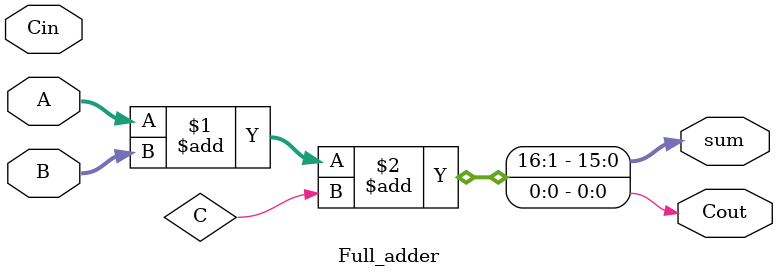
<source format=v>
 module Full_adder 
  ( input wire [15 : 0]A, B , 
    input wire Cin,
    output wire [15 : 0]sum, 
	output wire Cout
	);
	
//assign sum =  A ^ B ^ C;
//assign Cin = (A & B) | (A & C) | (B & C);


assign { sum, Cout } = A + B + C;

endmodule
</source>
